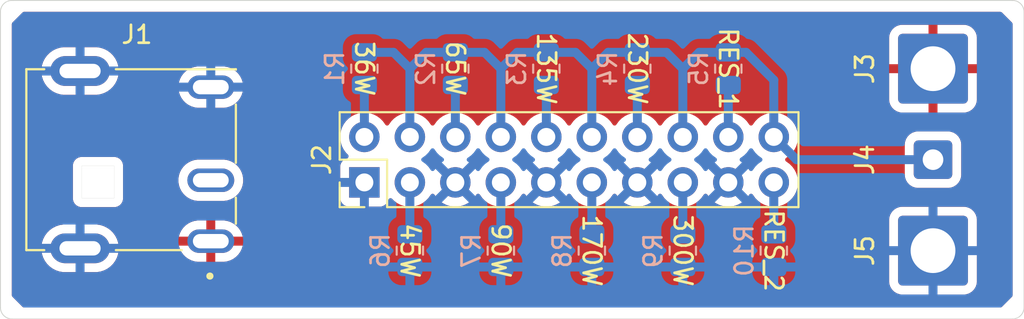
<source format=kicad_pcb>
(kicad_pcb (version 20241229) (generator "pcbnew") (generator_version "9.0")
  (layers (0 "F.Cu" signal) (2 "B.Cu" signal) (13 "F.Paste" user) (15 "B.Paste" user) (5 "F.SilkS" user "F.Silkscreen") (7 "B.SilkS" user "B.Silkscreen") (1 "F.Mask" user) (3 "B.Mask" user) (25 "Edge.Cuts" user))
  (net 0 "")
  (net 1 "Net-(J2-Pin_10)")
  (net 2 "Net-(J2-Pin_11)")
  (net 3 "Net-(J2-Pin_19)")
  (net 4 "Net-(J2-Pin_7)")
  (net 5 "Net-(J2-Pin_3)")
  (net 6 "Net-(J2-Pin_15)")
  (net 7 "Net-(J2-Pin_2)")
  (net 8 "Net-(J2-Pin_18)")
  (net 9 "Net-(J2-Pin_6)")
  (net 10 "Net-(J2-Pin_14)")
  (net 11 "/POWER")
  (net 12 "/GND")
  (net 13 "/ACDET")
  (footprint "Connector_Wire:SolderWire-2sqmm_1x01_D2mm_OD3.9mm" (layer "F.Cu") (at 148.59 52.07)
    (property "Reference" "J3" (at -3.81 0 90) (layer "F.SilkS"))
    (property "Value" "+19.5V")
    (pad "1" thru_hole roundrect (at 0 0) (size 3.9 3.9) (drill 2.5) (layers "*.Cu" "*.Mask") (roundrect_rratio 0.064103) (net 11 "/POWER"))
  )
  (footprint "Custom-Connector:TENSILITY_54-00127" (layer "F.Cu") (at 100.965 57.15 -90)
    (property "Reference" "J1" (at -6.985 -3.175 0) (layer "F.SilkS"))
    (property "Value" "Input")
    (fp_line (start -5.05 3) (end -5.05 2) (stroke (width 0.127)) (layer "F.SilkS"))
    (fp_line (start 5.05 3) (end -5.05 3) (stroke (width 0.127)) (layer "F.SilkS"))
    (fp_line (start 5.05 3) (end 5.05 2) (stroke (width 0.127)) (layer "F.SilkS"))
    (fp_line (start -5.05 -2) (end -5.05 -8.7) (stroke (width 0.127)) (layer "F.SilkS"))
    (fp_line (start 5.05 -5.672) (end 5.05 -2) (stroke (width 0.127)) (layer "F.SilkS"))
    (fp_line (start -5.05 -8.7) (end -5.024 -8.7) (stroke (width 0.127)) (layer "F.SilkS"))
    (fp_line (start -3.076 -8.7) (end 0.176 -8.7) (stroke (width 0.127)) (layer "F.SilkS"))
    (fp_line (start 2.124 -8.7) (end 3.576 -8.7) (stroke (width 0.127)) (layer "F.SilkS"))
    (fp_circle (center 6.5 -7.25) (end 6.6 -7.25) (stroke (width 0.2)) (fill no) (layer "F.SilkS"))
    (fp_line (start 0.35 -0.1) (end 0.35 -1.9) (stroke (width 0.01)) (layer "Edge.Cuts"))
    (fp_line (start 2.15 -0.1) (end 0.35 -0.1) (stroke (width 0.01)) (layer "Edge.Cuts"))
    (fp_line (start 0.35 -1.9) (end 2.15 -1.9) (stroke (width 0.01)) (layer "Edge.Cuts"))
    (fp_line (start 2.15 -1.9) (end 2.15 -0.1) (stroke (width 0.01)) (layer "Edge.Cuts"))
    (pad "A" thru_hole oval (at 4.55 -7.3 270) (size 1.308 2.616) (drill oval 0.8 2) (layers "*.Cu" "*.Mask") (net 11 "/POWER"))
    (pad "B" thru_hole oval (at -4.05 -7.3 270) (size 1.308 2.616) (drill oval 0.8 2) (layers "*.Cu" "*.Mask") (net 12 "/GND"))
    (pad "C" thru_hole oval (at 1.15 -7.3 270) (size 1.308 2.616) (drill oval 0.8 2) (layers "*.Cu" "*.Mask"))
    (pad "SH1" thru_hole oval (at -4.95 0 270) (size 1.66 3.32) (drill oval 0.8 2.3) (layers "*.Cu" "*.Mask") (net 12 "/GND"))
    (pad "SH2" thru_hole oval (at 4.95 0 270) (size 1.66 3.32) (drill oval 0.8 2.3) (layers "*.Cu" "*.Mask") (net 12 "/GND"))
  )
  (footprint "Connector_Wire:SolderWire-0.5sqmm_1x01_D0.9mm_OD2.1mm" (layer "F.Cu") (at 148.59 57.15)
    (property "Reference" "J4" (at -3.81 0 90) (layer "F.SilkS"))
    (property "Value" "ACDET")
    (pad "1" thru_hole roundrect (at 0 0) (size 2.15 2.15) (drill 1.15) (layers "*.Cu" "*.Mask") (roundrect_rratio 0.116279) (net 13 "/ACDET"))
  )
  (footprint "Connector_Wire:SolderWire-2sqmm_1x01_D2mm_OD3.9mm" (layer "F.Cu") (at 148.59 62.23)
    (property "Reference" "J5" (at -3.81 0 90) (layer "F.SilkS"))
    (property "Value" "GND")
    (pad "1" thru_hole roundrect (at 0 0) (size 3.9 3.9) (drill 2.5) (layers "*.Cu" "*.Mask") (roundrect_rratio 0.064103) (net 12 "/GND"))
  )
  (footprint "Connector_PinHeader_2.54mm:PinHeader_2x10_P2.54mm_Vertical" (layer "F.Cu") (at 116.84 58.42 90)
    (property "Reference" "J2" (at 1.27 -2.38 90) (layer "F.SilkS"))
    (property "Value" "SELECTOR")
    (fp_line (start 3.92 -1.38) (end 3.92 24.24) (stroke (width 0.12)) (layer "F.SilkS"))
    (fp_line (start 1.27 -1.38) (end 3.92 -1.38) (stroke (width 0.12)) (layer "F.SilkS"))
    (fp_line (start -1.38 -1.38) (end 0 -1.38) (stroke (width 0.12)) (layer "F.SilkS"))
    (fp_line (start -1.38 0) (end -1.38 -1.38) (stroke (width 0.12)) (layer "F.SilkS"))
    (fp_line (start 1.27 1.27) (end 1.27 -1.38) (stroke (width 0.12)) (layer "F.SilkS"))
    (fp_line (start -1.38 1.27) (end 1.27 1.27) (stroke (width 0.12)) (layer "F.SilkS"))
    (fp_line (start -1.38 1.27) (end -1.38 24.24) (stroke (width 0.12)) (layer "F.SilkS"))
    (fp_line (start -1.38 24.24) (end 3.92 24.24) (stroke (width 0.12)) (layer "F.SilkS"))
    (pad "1" thru_hole rect (at 0 0 90) (size 1.7 1.7) (drill 1) (layers "*.Cu" "*.Mask") (net 12 "/GND"))
    (pad "2" thru_hole circle (at 2.54 0 90) (size 1.7 1.7) (drill 1) (layers "*.Cu" "*.Mask") (net 7 "Net-(J2-Pin_2)"))
    (pad "3" thru_hole circle (at 0 2.54 90) (size 1.7 1.7) (drill 1) (layers "*.Cu" "*.Mask") (net 5 "Net-(J2-Pin_3)"))
    (pad "4" thru_hole circle (at 2.54 2.54 90) (size 1.7 1.7) (drill 1) (layers "*.Cu" "*.Mask") (net 13 "/ACDET"))
    (pad "5" thru_hole circle (at 0 5.08 90) (size 1.7 1.7) (drill 1) (layers "*.Cu" "*.Mask") (net 12 "/GND"))
    (pad "6" thru_hole circle (at 2.54 5.08 90) (size 1.7 1.7) (drill 1) (layers "*.Cu" "*.Mask") (net 9 "Net-(J2-Pin_6)"))
    (pad "7" thru_hole circle (at 0 7.62 90) (size 1.7 1.7) (drill 1) (layers "*.Cu" "*.Mask") (net 4 "Net-(J2-Pin_7)"))
    (pad "8" thru_hole circle (at 2.54 7.62 90) (size 1.7 1.7) (drill 1) (layers "*.Cu" "*.Mask") (net 13 "/ACDET"))
    (pad "9" thru_hole circle (at 0 10.16 90) (size 1.7 1.7) (drill 1) (layers "*.Cu" "*.Mask") (net 12 "/GND"))
    (pad "10" thru_hole circle (at 2.54 10.16 90) (size 1.7 1.7) (drill 1) (layers "*.Cu" "*.Mask") (net 1 "Net-(J2-Pin_10)"))
    (pad "11" thru_hole circle (at 0 12.7 90) (size 1.7 1.7) (drill 1) (layers "*.Cu" "*.Mask") (net 2 "Net-(J2-Pin_11)"))
    (pad "12" thru_hole circle (at 2.54 12.7 90) (size 1.7 1.7) (drill 1) (layers "*.Cu" "*.Mask") (net 13 "/ACDET"))
    (pad "13" thru_hole circle (at 0 15.24 90) (size 1.7 1.7) (drill 1) (layers "*.Cu" "*.Mask") (net 12 "/GND"))
    (pad "14" thru_hole circle (at 2.54 15.24 90) (size 1.7 1.7) (drill 1) (layers "*.Cu" "*.Mask") (net 10 "Net-(J2-Pin_14)"))
    (pad "15" thru_hole circle (at 0 17.78 90) (size 1.7 1.7) (drill 1) (layers "*.Cu" "*.Mask") (net 6 "Net-(J2-Pin_15)"))
    (pad "16" thru_hole circle (at 2.54 17.78 90) (size 1.7 1.7) (drill 1) (layers "*.Cu" "*.Mask") (net 13 "/ACDET"))
    (pad "17" thru_hole circle (at 0 20.32 90) (size 1.7 1.7) (drill 1) (layers "*.Cu" "*.Mask") (net 12 "/GND"))
    (pad "18" thru_hole circle (at 2.54 20.32 90) (size 1.7 1.7) (drill 1) (layers "*.Cu" "*.Mask") (net 8 "Net-(J2-Pin_18)"))
    (pad "19" thru_hole circle (at 0 22.86 90) (size 1.7 1.7) (drill 1) (layers "*.Cu" "*.Mask") (net 3 "Net-(J2-Pin_19)"))
    (pad "20" thru_hole circle (at 2.54 22.86 90) (size 1.7 1.7) (drill 1) (layers "*.Cu" "*.Mask") (net 13 "/ACDET"))
  )
  (footprint "Resistor_SMD:R_0805_2012Metric" (layer "B.Cu") (at 137.16 52.07 -90)
    (property "Reference" "R5" (at 0 1.65 90) (layer "B.SilkS") (effects (justify mirror)))
    (property "Value" "RES_1" (hide yes))
    (property "POWER" "RES_1" (at 0 0 270) (layer "F.SilkS"))
    (fp_line (start -0.227064 0.735) (end 0.227064 0.735) (stroke (width 0.12)) (layer "B.SilkS"))
    (fp_line (start -0.227064 -0.735) (end 0.227064 -0.735) (stroke (width 0.12)) (layer "B.SilkS"))
    (pad "1" smd roundrect (at -0.9125 0 270) (size 1.025 1.4) (layers "B.Cu" "B.Mask" "B.Paste") (roundrect_rratio 0.243902) (net 13 "/ACDET"))
    (pad "2" smd roundrect (at 0.9125 0 270) (size 1.025 1.4) (layers "B.Cu" "B.Mask" "B.Paste") (roundrect_rratio 0.243902) (net 8 "Net-(J2-Pin_18)"))
  )
  (footprint "Resistor_SMD:R_0805_2012Metric" (layer "B.Cu") (at 134.62 62.23 -90)
    (property "Reference" "R9" (at 0 1.65 90) (layer "B.SilkS") (effects (justify mirror)))
    (property "Value" "8.6 kΩ" (hide yes))
    (property "POWER" "300W" (at 0 0 270) (layer "F.SilkS"))
    (fp_line (start -0.227064 0.735) (end 0.227064 0.735) (stroke (width 0.12)) (layer "B.SilkS"))
    (fp_line (start -0.227064 -0.735) (end 0.227064 -0.735) (stroke (width 0.12)) (layer "B.SilkS"))
    (pad "1" smd roundrect (at -0.9125 0 270) (size 1.025 1.4) (layers "B.Cu" "B.Mask" "B.Paste") (roundrect_rratio 0.243902) (net 6 "Net-(J2-Pin_15)"))
    (pad "2" smd roundrect (at 0.9125 0 270) (size 1.025 1.4) (layers "B.Cu" "B.Mask" "B.Paste") (roundrect_rratio 0.243902) (net 12 "/GND"))
  )
  (footprint "Resistor_SMD:R_0805_2012Metric" (layer "B.Cu") (at 129.54 62.23 -90)
    (property "Reference" "R8" (at 0 1.65 90) (layer "B.SilkS") (effects (justify mirror)))
    (property "Value" "1.9 kΩ" (hide yes))
    (property "POWER" "170W" (at 0 0 270) (layer "F.SilkS"))
    (fp_line (start -0.227064 0.735) (end 0.227064 0.735) (stroke (width 0.12)) (layer "B.SilkS"))
    (fp_line (start -0.227064 -0.735) (end 0.227064 -0.735) (stroke (width 0.12)) (layer "B.SilkS"))
    (pad "1" smd roundrect (at -0.9125 0 270) (size 1.025 1.4) (layers "B.Cu" "B.Mask" "B.Paste") (roundrect_rratio 0.243902) (net 2 "Net-(J2-Pin_11)"))
    (pad "2" smd roundrect (at 0.9125 0 270) (size 1.025 1.4) (layers "B.Cu" "B.Mask" "B.Paste") (roundrect_rratio 0.243902) (net 12 "/GND"))
  )
  (footprint "Resistor_SMD:R_0805_2012Metric" (layer "B.Cu") (at 127 52.07 -90)
    (property "Reference" "R3" (at 0 1.65 90) (layer "B.SilkS") (effects (justify mirror)))
    (property "Value" "1 kΩ" (hide yes))
    (property "POWER" "135W" (at 0 0 270) (layer "F.SilkS"))
    (fp_line (start -0.227064 0.735) (end 0.227064 0.735) (stroke (width 0.12)) (layer "B.SilkS"))
    (fp_line (start -0.227064 -0.735) (end 0.227064 -0.735) (stroke (width 0.12)) (layer "B.SilkS"))
    (pad "1" smd roundrect (at -0.9125 0 270) (size 1.025 1.4) (layers "B.Cu" "B.Mask" "B.Paste") (roundrect_rratio 0.243902) (net 13 "/ACDET"))
    (pad "2" smd roundrect (at 0.9125 0 270) (size 1.025 1.4) (layers "B.Cu" "B.Mask" "B.Paste") (roundrect_rratio 0.243902) (net 1 "Net-(J2-Pin_10)"))
  )
  (footprint "Resistor_SMD:R_0805_2012Metric" (layer "B.Cu") (at 132.08 52.07 -90)
    (property "Reference" "R4" (at 0 1.65 90) (layer "B.SilkS") (effects (justify mirror)))
    (property "Value" "4.6 kΩ" (hide yes))
    (property "POWER" "230W" (at 0 0 270) (layer "F.SilkS"))
    (fp_line (start -0.227064 0.735) (end 0.227064 0.735) (stroke (width 0.12)) (layer "B.SilkS"))
    (fp_line (start -0.227064 -0.735) (end 0.227064 -0.735) (stroke (width 0.12)) (layer "B.SilkS"))
    (pad "1" smd roundrect (at -0.9125 0 270) (size 1.025 1.4) (layers "B.Cu" "B.Mask" "B.Paste") (roundrect_rratio 0.243902) (net 13 "/ACDET"))
    (pad "2" smd roundrect (at 0.9125 0 270) (size 1.025 1.4) (layers "B.Cu" "B.Mask" "B.Paste") (roundrect_rratio 0.243902) (net 10 "Net-(J2-Pin_14)"))
  )
  (footprint "Resistor_SMD:R_0805_2012Metric" (layer "B.Cu") (at 124.46 62.23 -90)
    (property "Reference" "R7" (at 0 1.65 90) (layer "B.SilkS") (effects (justify mirror)))
    (property "Value" "550 Ω" (hide yes))
    (property "POWER" "90W" (at 0 0 270) (layer "F.SilkS"))
    (fp_line (start -0.227064 0.735) (end 0.227064 0.735) (stroke (width 0.12)) (layer "B.SilkS"))
    (fp_line (start -0.227064 -0.735) (end 0.227064 -0.735) (stroke (width 0.12)) (layer "B.SilkS"))
    (pad "1" smd roundrect (at -0.9125 0 270) (size 1.025 1.4) (layers "B.Cu" "B.Mask" "B.Paste") (roundrect_rratio 0.243902) (net 4 "Net-(J2-Pin_7)"))
    (pad "2" smd roundrect (at 0.9125 0 270) (size 1.025 1.4) (layers "B.Cu" "B.Mask" "B.Paste") (roundrect_rratio 0.243902) (net 12 "/GND"))
  )
  (footprint "Resistor_SMD:R_0805_2012Metric" (layer "B.Cu") (at 121.92 52.07 -90)
    (property "Reference" "R2" (at 0 1.65 90) (layer "B.SilkS") (effects (justify mirror)))
    (property "Value" "280 Ω" (hide yes))
    (property "POWER" "65W" (at 0 0 270) (layer "F.SilkS"))
    (fp_line (start -0.227064 0.735) (end 0.227064 0.735) (stroke (width 0.12)) (layer "B.SilkS"))
    (fp_line (start -0.227064 -0.735) (end 0.227064 -0.735) (stroke (width 0.12)) (layer "B.SilkS"))
    (pad "1" smd roundrect (at -0.9125 0 270) (size 1.025 1.4) (layers "B.Cu" "B.Mask" "B.Paste") (roundrect_rratio 0.243902) (net 13 "/ACDET"))
    (pad "2" smd roundrect (at 0.9125 0 270) (size 1.025 1.4) (layers "B.Cu" "B.Mask" "B.Paste") (roundrect_rratio 0.243902) (net 9 "Net-(J2-Pin_6)"))
  )
  (footprint "Resistor_SMD:R_0805_2012Metric" (layer "B.Cu") (at 119.38 62.23 -90)
    (property "Reference" "R6" (at 0 1.65 90) (layer "B.SilkS") (effects (justify mirror)))
    (property "Value" "120 Ω" (hide yes))
    (property "POWER" "45W" (at 0 0 270) (layer "F.SilkS"))
    (fp_line (start -0.227064 0.735) (end 0.227064 0.735) (stroke (width 0.12)) (layer "B.SilkS"))
    (fp_line (start -0.227064 -0.735) (end 0.227064 -0.735) (stroke (width 0.12)) (layer "B.SilkS"))
    (pad "1" smd roundrect (at -0.9125 0 270) (size 1.025 1.4) (layers "B.Cu" "B.Mask" "B.Paste") (roundrect_rratio 0.243902) (net 5 "Net-(J2-Pin_3)"))
    (pad "2" smd roundrect (at 0.9125 0 270) (size 1.025 1.4) (layers "B.Cu" "B.Mask" "B.Paste") (roundrect_rratio 0.243902) (net 12 "/GND"))
  )
  (footprint "Resistor_SMD:R_0805_2012Metric" (layer "B.Cu") (at 139.7 62.23 -90)
    (property "Reference" "R10" (at 0 1.65 90) (layer "B.SilkS") (effects (justify mirror)))
    (property "Value" "RES_2" (hide yes))
    (property "POWER" "RES_2" (at 0 0 270) (layer "F.SilkS"))
    (fp_line (start -0.227064 0.735) (end 0.227064 0.735) (stroke (width 0.12)) (layer "B.SilkS"))
    (fp_line (start -0.227064 -0.735) (end 0.227064 -0.735) (stroke (width 0.12)) (layer "B.SilkS"))
    (pad "1" smd roundrect (at -0.9125 0 270) (size 1.025 1.4) (layers "B.Cu" "B.Mask" "B.Paste") (roundrect_rratio 0.243902) (net 3 "Net-(J2-Pin_19)"))
    (pad "2" smd roundrect (at 0.9125 0 270) (size 1.025 1.4) (layers "B.Cu" "B.Mask" "B.Paste") (roundrect_rratio 0.243902) (net 12 "/GND"))
  )
  (footprint "Resistor_SMD:R_0805_2012Metric" (layer "B.Cu") (at 116.84 52.07 -90)
    (property "Reference" "R1" (at 0 1.65 90) (layer "B.SilkS") (effects (justify mirror)))
    (property "Value" "7.3 kΩ" (hide yes))
    (property "POWER" "36W" (at 0 0 270) (layer "F.SilkS"))
    (fp_line (start -0.227064 0.735) (end 0.227064 0.735) (stroke (width 0.12)) (layer "B.SilkS"))
    (fp_line (start -0.227064 -0.735) (end 0.227064 -0.735) (stroke (width 0.12)) (layer "B.SilkS"))
    (pad "1" smd roundrect (at -0.9125 0 270) (size 1.025 1.4) (layers "B.Cu" "B.Mask" "B.Paste") (roundrect_rratio 0.243902) (net 13 "/ACDET"))
    (pad "2" smd roundrect (at 0.9125 0 270) (size 1.025 1.4) (layers "B.Cu" "B.Mask" "B.Paste") (roundrect_rratio 0.243902) (net 7 "Net-(J2-Pin_2)"))
  )
  (gr_line (start 153.035 48.26) (end 97.155 48.26) (stroke (width 0.05)) (layer "Edge.Cuts"))
  (gr_line (start 153.67 65.405) (end 153.67 48.895) (stroke (width 0.05)) (layer "Edge.Cuts"))
  (gr_arc (start 97.155 66.04) (mid 96.705987 65.854013) (end 96.52 65.405) (stroke (width 0.05)) (layer "Edge.Cuts"))
  (gr_arc (start 153.67 65.405) (mid 153.484013 65.854013) (end 153.035 66.04) (stroke (width 0.05)) (layer "Edge.Cuts"))
  (gr_line (start 96.52 48.895) (end 96.52 65.405) (stroke (width 0.05)) (layer "Edge.Cuts"))
  (gr_arc (start 153.035 48.26) (mid 153.484013 48.445987) (end 153.67 48.895) (stroke (width 0.05)) (layer "Edge.Cuts"))
  (gr_arc (start 96.52 48.895) (mid 96.705987 48.445987) (end 97.155 48.26) (stroke (width 0.05)) (layer "Edge.Cuts"))
  (gr_line (start 97.155 66.04) (end 153.035 66.04) (stroke (width 0.05)) (layer "Edge.Cuts"))
  (segment (start 127 55.88) (end 127 52.9825) (width 0.5) (layer "B.Cu") (net 1))
  (segment (start 129.54 61.3175) (end 129.54 58.42) (width 0.5) (layer "B.Cu") (net 2))
  (segment (start 139.7 61.3175) (end 139.7 58.42) (width 0.5) (layer "B.Cu") (net 3))
  (segment (start 124.46 61.3175) (end 124.46 58.42) (width 0.5) (layer "B.Cu") (net 4))
  (segment (start 119.38 58.42) (end 119.38 61.3175) (width 0.5) (layer "B.Cu") (net 5))
  (segment (start 134.62 61.3175) (end 134.62 58.42) (width 0.5) (layer "B.Cu") (net 6))
  (segment (start 116.84 55.88) (end 116.84 52.9825) (width 0.5) (layer "B.Cu") (net 7))
  (segment (start 137.16 55.88) (end 137.16 52.9825) (width 0.5) (layer "B.Cu") (net 8))
  (segment (start 121.92 55.88) (end 121.92 52.9825) (width 0.5) (layer "B.Cu") (net 9))
  (segment (start 132.08 55.88) (end 132.08 52.9825) (width 0.5) (layer "B.Cu") (net 10))
  (segment (start 129.54 52.07) (end 130.4525 51.1575) (width 0.5) (layer "B.Cu") (net 13))
  (segment (start 128.6275 51.1575) (end 129.54 52.07) (width 0.5) (layer "B.Cu") (net 13))
  (segment (start 137.16 51.1575) (end 135.5325 51.1575) (width 0.5) (layer "B.Cu") (net 13))
  (segment (start 120.2925 51.1575) (end 119.38 52.07) (width 0.5) (layer "B.Cu") (net 13))
  (segment (start 123.5475 51.1575) (end 124.46 52.07) (width 0.5) (layer "B.Cu") (net 13))
  (segment (start 132.08 51.1575) (end 133.7075 51.1575) (width 0.5) (layer "B.Cu") (net 13))
  (segment (start 140.97 57.15) (end 148.59 57.15) (width 0.5) (layer "B.Cu") (net 13))
  (segment (start 127 51.1575) (end 125.3725 51.1575) (width 0.5) (layer "B.Cu") (net 13))
  (segment (start 119.38 52.07) (end 119.38 55.88) (width 0.5) (layer "B.Cu") (net 13))
  (segment (start 139.7 55.88) (end 140.97 57.15) (width 0.5) (layer "B.Cu") (net 13))
  (segment (start 127 51.1575) (end 128.6275 51.1575) (width 0.5) (layer "B.Cu") (net 13))
  (segment (start 125.3725 51.1575) (end 124.46 52.07) (width 0.5) (layer "B.Cu") (net 13))
  (segment (start 135.5325 51.1575) (end 134.62 52.07) (width 0.5) (layer "B.Cu") (net 13))
  (segment (start 121.92 51.1575) (end 120.2925 51.1575) (width 0.5) (layer "B.Cu") (net 13))
  (segment (start 139.7 52.705) (end 139.7 55.88) (width 0.5) (layer "B.Cu") (net 13))
  (segment (start 129.54 52.07) (end 129.54 55.88) (width 0.5) (layer "B.Cu") (net 13))
  (segment (start 134.62 52.07) (end 134.62 55.88) (width 0.5) (layer "B.Cu") (net 13))
  (segment (start 138.1525 51.1575) (end 139.7 52.705) (width 0.5) (layer "B.Cu") (net 13))
  (segment (start 137.16 51.1575) (end 138.1525 51.1575) (width 0.5) (layer "B.Cu") (net 13))
  (segment (start 118.4675 51.1575) (end 119.38 52.07) (width 0.5) (layer "B.Cu") (net 13))
  (segment (start 130.4525 51.1575) (end 132.08 51.1575) (width 0.5) (layer "B.Cu") (net 13))
  (segment (start 133.7075 51.1575) (end 134.62 52.07) (width 0.5) (layer "B.Cu") (net 13))
  (segment (start 124.46 52.07) (end 124.46 55.88) (width 0.5) (layer "B.Cu") (net 13))
  (segment (start 116.84 51.1575) (end 118.4675 51.1575) (width 0.5) (layer "B.Cu") (net 13))
  (segment (start 121.92 51.1575) (end 123.5475 51.1575) (width 0.5) (layer "B.Cu") (net 13))
  (zone (net 11) (net_name "/POWER") (layer "F.Cu") (priority 1) (connect_pads (clearance 0.5)) (min_thickness 0.25) (fill yes (thermal_gap 0.5) (thermal_bridge_width 0.5))
    (polygon (pts (xy 97.155 49.53) (xy 97.79 48.895) (xy 152.4 48.895) (xy 153.035 49.53) (xy 153.035 64.77) (xy 152.4 65.405) (xy 97.79 65.405) (xy 97.155 64.77)))
  )
  (zone (net 12) (net_name "/GND") (layer "B.Cu") (connect_pads (clearance 0.5)) (min_thickness 0.25) (fill yes (thermal_gap 0.5) (thermal_bridge_width 0.5))
    (polygon (pts (xy 97.155 49.53) (xy 97.79 48.895) (xy 152.4 48.895) (xy 153.035 49.53) (xy 153.035 64.77) (xy 152.4 65.405) (xy 97.79 65.405) (xy 97.155 64.77)))
  )
)
</source>
